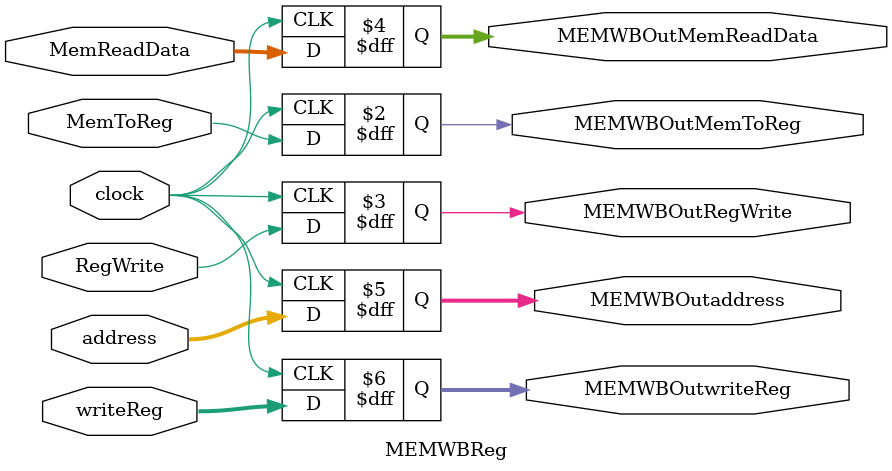
<source format=v>
module MEMWBReg(
input clock ,

input MemToReg,RegWrite,input[31:0] MemReadData , address,input[4:0] writeReg,

output reg MEMWBOutMemToReg,MEMWBOutRegWrite , output reg [31:0]  MEMWBOutMemReadData , MEMWBOutaddress , output reg[4:0] MEMWBOutwriteReg
);

always @ ( posedge clock ) begin
MEMWBOutMemToReg = MemToReg;
MEMWBOutRegWrite = RegWrite;
MEMWBOutMemReadData = MemReadData;
MEMWBOutaddress = address;
MEMWBOutwriteReg =writeReg;
end
endmodule

</source>
